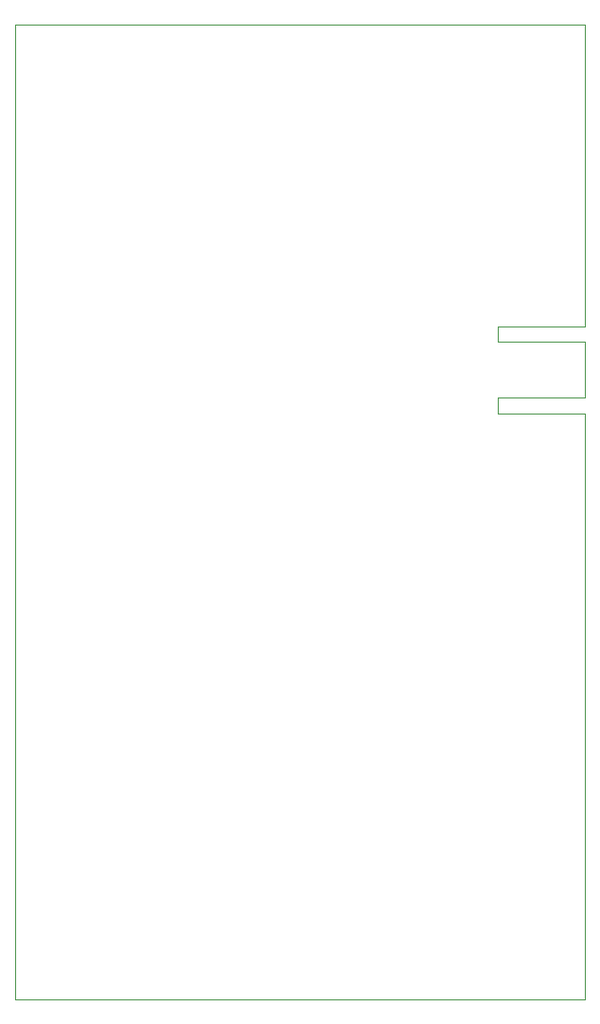
<source format=gbr>
%TF.GenerationSoftware,KiCad,Pcbnew,7.0.2*%
%TF.CreationDate,2024-06-10T16:57:37+03:00*%
%TF.ProjectId,STM32_NRF24L01_Sleep_mode,53544d33-325f-44e5-9246-32344c30315f,rev?*%
%TF.SameCoordinates,Original*%
%TF.FileFunction,Profile,NP*%
%FSLAX46Y46*%
G04 Gerber Fmt 4.6, Leading zero omitted, Abs format (unit mm)*
G04 Created by KiCad (PCBNEW 7.0.2) date 2024-06-10 16:57:37*
%MOMM*%
%LPD*%
G01*
G04 APERTURE LIST*
%TA.AperFunction,Profile*%
%ADD10C,0.100000*%
%TD*%
G04 APERTURE END LIST*
D10*
X-121600000Y-52200000D02*
X-121600000Y-57200000D01*
X-129400000Y-50800000D02*
X-121600000Y-50800000D01*
X-129400000Y-52200000D02*
X-129400000Y-50800000D01*
X-121600000Y-52200000D02*
X-129400000Y-52200000D01*
X-129400000Y-58600000D02*
X-121600000Y-58600000D01*
X-129400000Y-57200000D02*
X-129400000Y-58600000D01*
X-121600000Y-57200000D02*
X-129400000Y-57200000D01*
X-121600000Y-58600000D02*
X-121600000Y-111000000D01*
X-121600000Y-23800000D02*
X-121600000Y-50800000D01*
X-172600000Y-23800000D02*
X-121600000Y-23800000D01*
X-172600000Y-111000000D02*
X-172600000Y-23800000D01*
X-121600000Y-111000000D02*
X-172600000Y-111000000D01*
M02*

</source>
